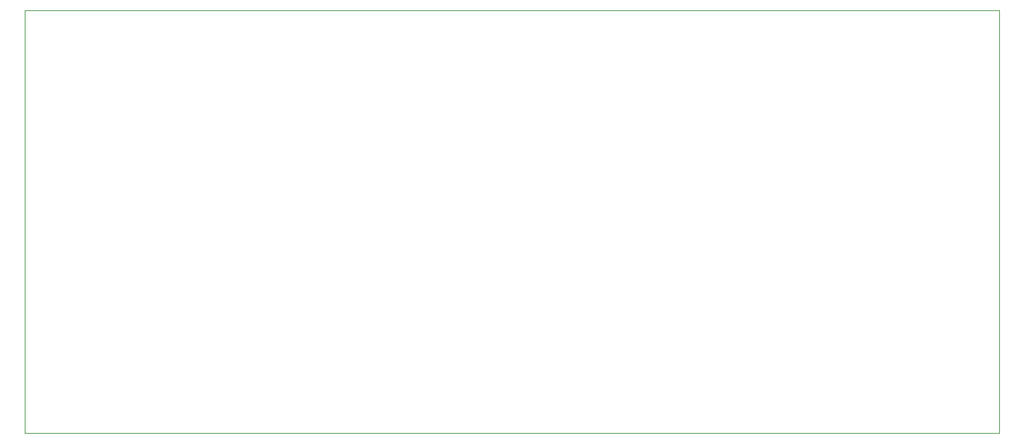
<source format=gbr>
G04 #@! TF.GenerationSoftware,KiCad,Pcbnew,(5.1.5)-3*
G04 #@! TF.CreationDate,2020-04-26T18:29:29-05:00*
G04 #@! TF.ProjectId,SolarBTSpeaker,536f6c61-7242-4545-9370-65616b65722e,rev?*
G04 #@! TF.SameCoordinates,Original*
G04 #@! TF.FileFunction,Profile,NP*
%FSLAX46Y46*%
G04 Gerber Fmt 4.6, Leading zero omitted, Abs format (unit mm)*
G04 Created by KiCad (PCBNEW (5.1.5)-3) date 2020-04-26 18:29:29*
%MOMM*%
%LPD*%
G04 APERTURE LIST*
%ADD10C,0.050000*%
G04 APERTURE END LIST*
D10*
X69850000Y-40005000D02*
X189865000Y-40005000D01*
X69850000Y-92075000D02*
X69850000Y-40005000D01*
X189865000Y-92075000D02*
X69850000Y-92075000D01*
X189865000Y-40005000D02*
X189865000Y-92075000D01*
M02*

</source>
